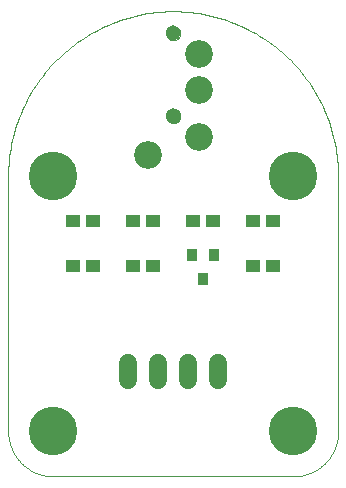
<source format=gts>
G75*
%MOIN*%
%OFA0B0*%
%FSLAX25Y25*%
%IPPOS*%
%LPD*%
%AMOC8*
5,1,8,0,0,1.08239X$1,22.5*
%
%ADD10R,0.03550X0.03943*%
%ADD11R,0.04731X0.04337*%
%ADD12C,0.09258*%
%ADD13C,0.00000*%
%ADD14C,0.05124*%
%ADD15C,0.05943*%
%ADD16C,0.16211*%
D10*
X0068060Y0092943D03*
X0071800Y0084675D03*
X0075540Y0092943D03*
D11*
X0075146Y0104006D03*
X0068454Y0104006D03*
X0055146Y0104006D03*
X0048454Y0104006D03*
X0048454Y0089006D03*
X0055146Y0089006D03*
X0035146Y0089006D03*
X0028454Y0089006D03*
X0028454Y0104006D03*
X0035146Y0104006D03*
X0088454Y0104006D03*
X0095146Y0104006D03*
X0095146Y0089006D03*
X0088454Y0089006D03*
D12*
X0070461Y0132077D03*
X0070461Y0147825D03*
X0070461Y0159636D03*
X0053532Y0126171D03*
D13*
X0021800Y0019006D02*
X0101800Y0019006D01*
X0102162Y0019010D01*
X0102525Y0019024D01*
X0102887Y0019045D01*
X0103248Y0019076D01*
X0103608Y0019115D01*
X0103967Y0019163D01*
X0104325Y0019220D01*
X0104682Y0019285D01*
X0105037Y0019359D01*
X0105390Y0019442D01*
X0105741Y0019533D01*
X0106089Y0019632D01*
X0106435Y0019740D01*
X0106779Y0019856D01*
X0107119Y0019981D01*
X0107456Y0020113D01*
X0107790Y0020254D01*
X0108121Y0020403D01*
X0108448Y0020560D01*
X0108771Y0020724D01*
X0109090Y0020896D01*
X0109404Y0021076D01*
X0109715Y0021264D01*
X0110020Y0021459D01*
X0110321Y0021661D01*
X0110617Y0021871D01*
X0110907Y0022087D01*
X0111193Y0022311D01*
X0111473Y0022541D01*
X0111747Y0022778D01*
X0112015Y0023022D01*
X0112278Y0023272D01*
X0112534Y0023528D01*
X0112784Y0023791D01*
X0113028Y0024059D01*
X0113265Y0024333D01*
X0113495Y0024613D01*
X0113719Y0024899D01*
X0113935Y0025189D01*
X0114145Y0025485D01*
X0114347Y0025786D01*
X0114542Y0026091D01*
X0114730Y0026402D01*
X0114910Y0026716D01*
X0115082Y0027035D01*
X0115246Y0027358D01*
X0115403Y0027685D01*
X0115552Y0028016D01*
X0115693Y0028350D01*
X0115825Y0028687D01*
X0115950Y0029027D01*
X0116066Y0029371D01*
X0116174Y0029717D01*
X0116273Y0030065D01*
X0116364Y0030416D01*
X0116447Y0030769D01*
X0116521Y0031124D01*
X0116586Y0031481D01*
X0116643Y0031839D01*
X0116691Y0032198D01*
X0116730Y0032558D01*
X0116761Y0032919D01*
X0116782Y0033281D01*
X0116796Y0033644D01*
X0116800Y0034006D01*
X0116800Y0119006D01*
X0116784Y0120345D01*
X0116735Y0121684D01*
X0116653Y0123021D01*
X0116539Y0124355D01*
X0116393Y0125687D01*
X0116214Y0127014D01*
X0116003Y0128337D01*
X0115759Y0129654D01*
X0115484Y0130965D01*
X0115177Y0132268D01*
X0114838Y0133564D01*
X0114468Y0134851D01*
X0114067Y0136129D01*
X0113634Y0137397D01*
X0113171Y0138654D01*
X0112677Y0139899D01*
X0112153Y0141132D01*
X0111600Y0142351D01*
X0111016Y0143557D01*
X0110404Y0144748D01*
X0109763Y0145924D01*
X0109093Y0147084D01*
X0108395Y0148227D01*
X0107670Y0149353D01*
X0106917Y0150461D01*
X0106138Y0151551D01*
X0105332Y0152621D01*
X0104501Y0153671D01*
X0103644Y0154700D01*
X0102762Y0155709D01*
X0101857Y0156695D01*
X0100927Y0157659D01*
X0099974Y0158601D01*
X0098999Y0159519D01*
X0098001Y0160412D01*
X0096982Y0161282D01*
X0095942Y0162126D01*
X0094882Y0162944D01*
X0093802Y0163737D01*
X0092704Y0164503D01*
X0091586Y0165242D01*
X0090452Y0165954D01*
X0089300Y0166637D01*
X0088132Y0167293D01*
X0086948Y0167920D01*
X0085750Y0168518D01*
X0084537Y0169086D01*
X0083311Y0169625D01*
X0082072Y0170134D01*
X0080821Y0170612D01*
X0079558Y0171060D01*
X0078286Y0171477D01*
X0077003Y0171863D01*
X0075711Y0172218D01*
X0074411Y0172541D01*
X0073104Y0172832D01*
X0071790Y0173091D01*
X0070470Y0173318D01*
X0069145Y0173513D01*
X0067815Y0173676D01*
X0066482Y0173806D01*
X0065147Y0173904D01*
X0063809Y0173969D01*
X0062470Y0174002D01*
X0061130Y0174002D01*
X0059791Y0173969D01*
X0058453Y0173904D01*
X0057118Y0173806D01*
X0055785Y0173676D01*
X0054455Y0173513D01*
X0053130Y0173318D01*
X0051810Y0173091D01*
X0050496Y0172832D01*
X0049189Y0172541D01*
X0047889Y0172218D01*
X0046597Y0171863D01*
X0045314Y0171477D01*
X0044042Y0171060D01*
X0042779Y0170612D01*
X0041528Y0170134D01*
X0040289Y0169625D01*
X0039063Y0169086D01*
X0037850Y0168518D01*
X0036652Y0167920D01*
X0035468Y0167293D01*
X0034300Y0166637D01*
X0033148Y0165954D01*
X0032014Y0165242D01*
X0030896Y0164503D01*
X0029798Y0163737D01*
X0028718Y0162944D01*
X0027658Y0162126D01*
X0026618Y0161282D01*
X0025599Y0160412D01*
X0024601Y0159519D01*
X0023626Y0158601D01*
X0022673Y0157659D01*
X0021743Y0156695D01*
X0020838Y0155709D01*
X0019956Y0154700D01*
X0019099Y0153671D01*
X0018268Y0152621D01*
X0017462Y0151551D01*
X0016683Y0150461D01*
X0015930Y0149353D01*
X0015205Y0148227D01*
X0014507Y0147084D01*
X0013837Y0145924D01*
X0013196Y0144748D01*
X0012584Y0143557D01*
X0012000Y0142351D01*
X0011447Y0141132D01*
X0010923Y0139899D01*
X0010429Y0138654D01*
X0009966Y0137397D01*
X0009533Y0136129D01*
X0009132Y0134851D01*
X0008762Y0133564D01*
X0008423Y0132268D01*
X0008116Y0130965D01*
X0007841Y0129654D01*
X0007597Y0128337D01*
X0007386Y0127014D01*
X0007207Y0125687D01*
X0007061Y0124355D01*
X0006947Y0123021D01*
X0006865Y0121684D01*
X0006816Y0120345D01*
X0006800Y0119006D01*
X0006800Y0034006D01*
X0006804Y0033644D01*
X0006818Y0033281D01*
X0006839Y0032919D01*
X0006870Y0032558D01*
X0006909Y0032198D01*
X0006957Y0031839D01*
X0007014Y0031481D01*
X0007079Y0031124D01*
X0007153Y0030769D01*
X0007236Y0030416D01*
X0007327Y0030065D01*
X0007426Y0029717D01*
X0007534Y0029371D01*
X0007650Y0029027D01*
X0007775Y0028687D01*
X0007907Y0028350D01*
X0008048Y0028016D01*
X0008197Y0027685D01*
X0008354Y0027358D01*
X0008518Y0027035D01*
X0008690Y0026716D01*
X0008870Y0026402D01*
X0009058Y0026091D01*
X0009253Y0025786D01*
X0009455Y0025485D01*
X0009665Y0025189D01*
X0009881Y0024899D01*
X0010105Y0024613D01*
X0010335Y0024333D01*
X0010572Y0024059D01*
X0010816Y0023791D01*
X0011066Y0023528D01*
X0011322Y0023272D01*
X0011585Y0023022D01*
X0011853Y0022778D01*
X0012127Y0022541D01*
X0012407Y0022311D01*
X0012693Y0022087D01*
X0012983Y0021871D01*
X0013279Y0021661D01*
X0013580Y0021459D01*
X0013885Y0021264D01*
X0014196Y0021076D01*
X0014510Y0020896D01*
X0014829Y0020724D01*
X0015152Y0020560D01*
X0015479Y0020403D01*
X0015810Y0020254D01*
X0016144Y0020113D01*
X0016481Y0019981D01*
X0016821Y0019856D01*
X0017165Y0019740D01*
X0017511Y0019632D01*
X0017859Y0019533D01*
X0018210Y0019442D01*
X0018563Y0019359D01*
X0018918Y0019285D01*
X0019275Y0019220D01*
X0019633Y0019163D01*
X0019992Y0019115D01*
X0020352Y0019076D01*
X0020713Y0019045D01*
X0021075Y0019024D01*
X0021438Y0019010D01*
X0021800Y0019006D01*
X0059438Y0139163D02*
X0059440Y0139260D01*
X0059446Y0139357D01*
X0059456Y0139453D01*
X0059470Y0139549D01*
X0059488Y0139645D01*
X0059509Y0139739D01*
X0059535Y0139833D01*
X0059564Y0139925D01*
X0059598Y0140016D01*
X0059634Y0140106D01*
X0059675Y0140194D01*
X0059719Y0140280D01*
X0059767Y0140365D01*
X0059818Y0140447D01*
X0059872Y0140528D01*
X0059930Y0140606D01*
X0059991Y0140681D01*
X0060054Y0140754D01*
X0060121Y0140825D01*
X0060191Y0140892D01*
X0060263Y0140957D01*
X0060338Y0141018D01*
X0060416Y0141077D01*
X0060495Y0141132D01*
X0060577Y0141184D01*
X0060661Y0141232D01*
X0060747Y0141277D01*
X0060835Y0141319D01*
X0060924Y0141357D01*
X0061015Y0141391D01*
X0061107Y0141421D01*
X0061200Y0141448D01*
X0061295Y0141470D01*
X0061390Y0141489D01*
X0061486Y0141504D01*
X0061582Y0141515D01*
X0061679Y0141522D01*
X0061776Y0141525D01*
X0061873Y0141524D01*
X0061970Y0141519D01*
X0062066Y0141510D01*
X0062162Y0141497D01*
X0062258Y0141480D01*
X0062353Y0141459D01*
X0062446Y0141435D01*
X0062539Y0141406D01*
X0062631Y0141374D01*
X0062721Y0141338D01*
X0062809Y0141299D01*
X0062896Y0141255D01*
X0062981Y0141209D01*
X0063064Y0141158D01*
X0063145Y0141105D01*
X0063223Y0141048D01*
X0063300Y0140988D01*
X0063373Y0140925D01*
X0063444Y0140859D01*
X0063512Y0140790D01*
X0063578Y0140718D01*
X0063640Y0140644D01*
X0063699Y0140567D01*
X0063755Y0140488D01*
X0063808Y0140406D01*
X0063858Y0140323D01*
X0063903Y0140237D01*
X0063946Y0140150D01*
X0063985Y0140061D01*
X0064020Y0139971D01*
X0064051Y0139879D01*
X0064078Y0139786D01*
X0064102Y0139692D01*
X0064122Y0139597D01*
X0064138Y0139501D01*
X0064150Y0139405D01*
X0064158Y0139308D01*
X0064162Y0139211D01*
X0064162Y0139115D01*
X0064158Y0139018D01*
X0064150Y0138921D01*
X0064138Y0138825D01*
X0064122Y0138729D01*
X0064102Y0138634D01*
X0064078Y0138540D01*
X0064051Y0138447D01*
X0064020Y0138355D01*
X0063985Y0138265D01*
X0063946Y0138176D01*
X0063903Y0138089D01*
X0063858Y0138003D01*
X0063808Y0137920D01*
X0063755Y0137838D01*
X0063699Y0137759D01*
X0063640Y0137682D01*
X0063578Y0137608D01*
X0063512Y0137536D01*
X0063444Y0137467D01*
X0063373Y0137401D01*
X0063300Y0137338D01*
X0063223Y0137278D01*
X0063145Y0137221D01*
X0063064Y0137168D01*
X0062981Y0137117D01*
X0062896Y0137071D01*
X0062809Y0137027D01*
X0062721Y0136988D01*
X0062631Y0136952D01*
X0062539Y0136920D01*
X0062446Y0136891D01*
X0062353Y0136867D01*
X0062258Y0136846D01*
X0062162Y0136829D01*
X0062066Y0136816D01*
X0061970Y0136807D01*
X0061873Y0136802D01*
X0061776Y0136801D01*
X0061679Y0136804D01*
X0061582Y0136811D01*
X0061486Y0136822D01*
X0061390Y0136837D01*
X0061295Y0136856D01*
X0061200Y0136878D01*
X0061107Y0136905D01*
X0061015Y0136935D01*
X0060924Y0136969D01*
X0060835Y0137007D01*
X0060747Y0137049D01*
X0060661Y0137094D01*
X0060577Y0137142D01*
X0060495Y0137194D01*
X0060416Y0137249D01*
X0060338Y0137308D01*
X0060263Y0137369D01*
X0060191Y0137434D01*
X0060121Y0137501D01*
X0060054Y0137572D01*
X0059991Y0137645D01*
X0059930Y0137720D01*
X0059872Y0137798D01*
X0059818Y0137879D01*
X0059767Y0137961D01*
X0059719Y0138046D01*
X0059675Y0138132D01*
X0059634Y0138220D01*
X0059598Y0138310D01*
X0059564Y0138401D01*
X0059535Y0138493D01*
X0059509Y0138587D01*
X0059488Y0138681D01*
X0059470Y0138777D01*
X0059456Y0138873D01*
X0059446Y0138969D01*
X0059440Y0139066D01*
X0059438Y0139163D01*
X0059438Y0166722D02*
X0059440Y0166819D01*
X0059446Y0166916D01*
X0059456Y0167012D01*
X0059470Y0167108D01*
X0059488Y0167204D01*
X0059509Y0167298D01*
X0059535Y0167392D01*
X0059564Y0167484D01*
X0059598Y0167575D01*
X0059634Y0167665D01*
X0059675Y0167753D01*
X0059719Y0167839D01*
X0059767Y0167924D01*
X0059818Y0168006D01*
X0059872Y0168087D01*
X0059930Y0168165D01*
X0059991Y0168240D01*
X0060054Y0168313D01*
X0060121Y0168384D01*
X0060191Y0168451D01*
X0060263Y0168516D01*
X0060338Y0168577D01*
X0060416Y0168636D01*
X0060495Y0168691D01*
X0060577Y0168743D01*
X0060661Y0168791D01*
X0060747Y0168836D01*
X0060835Y0168878D01*
X0060924Y0168916D01*
X0061015Y0168950D01*
X0061107Y0168980D01*
X0061200Y0169007D01*
X0061295Y0169029D01*
X0061390Y0169048D01*
X0061486Y0169063D01*
X0061582Y0169074D01*
X0061679Y0169081D01*
X0061776Y0169084D01*
X0061873Y0169083D01*
X0061970Y0169078D01*
X0062066Y0169069D01*
X0062162Y0169056D01*
X0062258Y0169039D01*
X0062353Y0169018D01*
X0062446Y0168994D01*
X0062539Y0168965D01*
X0062631Y0168933D01*
X0062721Y0168897D01*
X0062809Y0168858D01*
X0062896Y0168814D01*
X0062981Y0168768D01*
X0063064Y0168717D01*
X0063145Y0168664D01*
X0063223Y0168607D01*
X0063300Y0168547D01*
X0063373Y0168484D01*
X0063444Y0168418D01*
X0063512Y0168349D01*
X0063578Y0168277D01*
X0063640Y0168203D01*
X0063699Y0168126D01*
X0063755Y0168047D01*
X0063808Y0167965D01*
X0063858Y0167882D01*
X0063903Y0167796D01*
X0063946Y0167709D01*
X0063985Y0167620D01*
X0064020Y0167530D01*
X0064051Y0167438D01*
X0064078Y0167345D01*
X0064102Y0167251D01*
X0064122Y0167156D01*
X0064138Y0167060D01*
X0064150Y0166964D01*
X0064158Y0166867D01*
X0064162Y0166770D01*
X0064162Y0166674D01*
X0064158Y0166577D01*
X0064150Y0166480D01*
X0064138Y0166384D01*
X0064122Y0166288D01*
X0064102Y0166193D01*
X0064078Y0166099D01*
X0064051Y0166006D01*
X0064020Y0165914D01*
X0063985Y0165824D01*
X0063946Y0165735D01*
X0063903Y0165648D01*
X0063858Y0165562D01*
X0063808Y0165479D01*
X0063755Y0165397D01*
X0063699Y0165318D01*
X0063640Y0165241D01*
X0063578Y0165167D01*
X0063512Y0165095D01*
X0063444Y0165026D01*
X0063373Y0164960D01*
X0063300Y0164897D01*
X0063223Y0164837D01*
X0063145Y0164780D01*
X0063064Y0164727D01*
X0062981Y0164676D01*
X0062896Y0164630D01*
X0062809Y0164586D01*
X0062721Y0164547D01*
X0062631Y0164511D01*
X0062539Y0164479D01*
X0062446Y0164450D01*
X0062353Y0164426D01*
X0062258Y0164405D01*
X0062162Y0164388D01*
X0062066Y0164375D01*
X0061970Y0164366D01*
X0061873Y0164361D01*
X0061776Y0164360D01*
X0061679Y0164363D01*
X0061582Y0164370D01*
X0061486Y0164381D01*
X0061390Y0164396D01*
X0061295Y0164415D01*
X0061200Y0164437D01*
X0061107Y0164464D01*
X0061015Y0164494D01*
X0060924Y0164528D01*
X0060835Y0164566D01*
X0060747Y0164608D01*
X0060661Y0164653D01*
X0060577Y0164701D01*
X0060495Y0164753D01*
X0060416Y0164808D01*
X0060338Y0164867D01*
X0060263Y0164928D01*
X0060191Y0164993D01*
X0060121Y0165060D01*
X0060054Y0165131D01*
X0059991Y0165204D01*
X0059930Y0165279D01*
X0059872Y0165357D01*
X0059818Y0165438D01*
X0059767Y0165520D01*
X0059719Y0165605D01*
X0059675Y0165691D01*
X0059634Y0165779D01*
X0059598Y0165869D01*
X0059564Y0165960D01*
X0059535Y0166052D01*
X0059509Y0166146D01*
X0059488Y0166240D01*
X0059470Y0166336D01*
X0059456Y0166432D01*
X0059446Y0166528D01*
X0059440Y0166625D01*
X0059438Y0166722D01*
D14*
X0061800Y0166722D03*
X0061800Y0139163D03*
D15*
X0056800Y0056778D02*
X0056800Y0051234D01*
X0046800Y0051234D02*
X0046800Y0056778D01*
X0066800Y0056778D02*
X0066800Y0051234D01*
X0076800Y0051234D02*
X0076800Y0056778D01*
D16*
X0101800Y0034006D03*
X0101800Y0119006D03*
X0021800Y0119006D03*
X0021800Y0034006D03*
M02*

</source>
